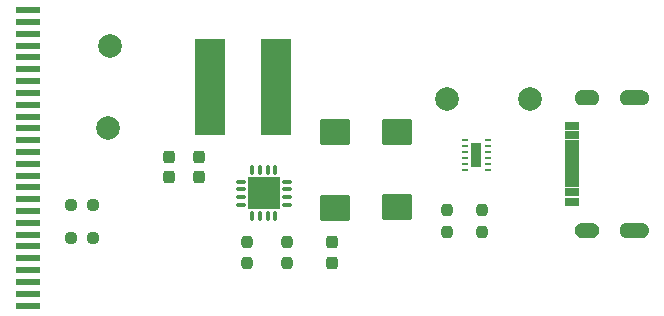
<source format=gts>
%TF.GenerationSoftware,KiCad,Pcbnew,6.0.11+dfsg-1*%
%TF.CreationDate,2024-02-28T17:50:01-05:00*%
%TF.ProjectId,usb-c-expresscard,7573622d-632d-4657-9870-726573736361,R1*%
%TF.SameCoordinates,Original*%
%TF.FileFunction,Soldermask,Top*%
%TF.FilePolarity,Negative*%
%FSLAX46Y46*%
G04 Gerber Fmt 4.6, Leading zero omitted, Abs format (unit mm)*
G04 Created by KiCad (PCBNEW 6.0.11+dfsg-1) date 2024-02-28 17:50:01*
%MOMM*%
%LPD*%
G01*
G04 APERTURE LIST*
G04 Aperture macros list*
%AMRoundRect*
0 Rectangle with rounded corners*
0 $1 Rounding radius*
0 $2 $3 $4 $5 $6 $7 $8 $9 X,Y pos of 4 corners*
0 Add a 4 corners polygon primitive as box body*
4,1,4,$2,$3,$4,$5,$6,$7,$8,$9,$2,$3,0*
0 Add four circle primitives for the rounded corners*
1,1,$1+$1,$2,$3*
1,1,$1+$1,$4,$5*
1,1,$1+$1,$6,$7*
1,1,$1+$1,$8,$9*
0 Add four rect primitives between the rounded corners*
20,1,$1+$1,$2,$3,$4,$5,0*
20,1,$1+$1,$4,$5,$6,$7,0*
20,1,$1+$1,$6,$7,$8,$9,0*
20,1,$1+$1,$8,$9,$2,$3,0*%
%AMFreePoly0*
4,1,5,1.000760,-0.248920,-1.000760,-0.248920,-1.000760,0.248920,1.000760,0.248920,1.000760,-0.248920,1.000760,-0.248920,$1*%
%AMFreePoly1*
4,1,5,1.000760,-0.248158,-1.000760,-0.248158,-1.000760,0.249682,1.000760,0.249682,1.000760,-0.248158,1.000760,-0.248158,$1*%
%AMFreePoly2*
4,1,5,1.000760,-0.249936,-1.000760,-0.249936,-1.000760,0.247904,1.000760,0.247904,1.000760,-0.249936,1.000760,-0.249936,$1*%
%AMFreePoly3*
4,1,5,1.000760,-0.249174,-1.000760,-0.249174,-1.000760,0.248666,1.000760,0.248666,1.000760,-0.249174,1.000760,-0.249174,$1*%
%AMFreePoly4*
4,1,5,1.000760,-0.248412,-1.000760,-0.248412,-1.000760,0.249428,1.000760,0.249428,1.000760,-0.248412,1.000760,-0.248412,$1*%
%AMFreePoly5*
4,1,5,1.000760,-0.247650,-1.000760,-0.247650,-1.000760,0.250190,1.000760,0.250190,1.000760,-0.247650,1.000760,-0.247650,$1*%
%AMFreePoly6*
4,1,5,1.000760,-0.249428,-1.000760,-0.249428,-1.000760,0.248412,1.000760,0.248412,1.000760,-0.249428,1.000760,-0.249428,$1*%
%AMFreePoly7*
4,1,5,1.000760,-0.248666,-1.000760,-0.248666,-1.000760,0.249174,1.000760,0.249174,1.000760,-0.248666,1.000760,-0.248666,$1*%
%AMFreePoly8*
4,1,5,1.000760,-0.247904,-1.000760,-0.247904,-1.000760,0.249936,1.000760,0.249936,1.000760,-0.247904,1.000760,-0.247904,$1*%
%AMFreePoly9*
4,1,5,1.000760,-0.249682,-1.000760,-0.249682,-1.000760,0.248158,1.000760,0.248158,1.000760,-0.249682,1.000760,-0.249682,$1*%
G04 Aperture macros list end*
%ADD10C,0.010000*%
%ADD11RoundRect,0.237500X-0.237500X0.300000X-0.237500X-0.300000X0.237500X-0.300000X0.237500X0.300000X0*%
%ADD12RoundRect,0.237500X0.250000X0.237500X-0.250000X0.237500X-0.250000X-0.237500X0.250000X-0.237500X0*%
%ADD13RoundRect,0.237500X-0.237500X0.250000X-0.237500X-0.250000X0.237500X-0.250000X0.237500X0.250000X0*%
%ADD14R,0.500126X0.279908*%
%ADD15R,0.900000X2.000000*%
%ADD16RoundRect,0.076200X0.550000X-0.300000X0.550000X0.300000X-0.550000X0.300000X-0.550000X-0.300000X0*%
%ADD17RoundRect,0.076200X0.550000X-0.150000X0.550000X0.150000X-0.550000X0.150000X-0.550000X-0.150000X0*%
%ADD18C,2.000000*%
%ADD19R,2.600000X8.200000*%
%ADD20RoundRect,0.250000X1.025000X-0.875000X1.025000X0.875000X-1.025000X0.875000X-1.025000X-0.875000X0*%
%ADD21RoundRect,0.237500X0.237500X-0.250000X0.237500X0.250000X-0.237500X0.250000X-0.237500X-0.250000X0*%
%ADD22RoundRect,0.087500X0.325000X0.087500X-0.325000X0.087500X-0.325000X-0.087500X0.325000X-0.087500X0*%
%ADD23RoundRect,0.087500X0.087500X0.325000X-0.087500X0.325000X-0.087500X-0.325000X0.087500X-0.325000X0*%
%ADD24R,2.700000X2.700000*%
%ADD25FreePoly0,180.000000*%
%ADD26FreePoly1,180.000000*%
%ADD27FreePoly2,180.000000*%
%ADD28FreePoly3,180.000000*%
%ADD29FreePoly4,180.000000*%
%ADD30FreePoly5,180.000000*%
%ADD31FreePoly6,180.000000*%
%ADD32FreePoly7,180.000000*%
%ADD33FreePoly8,180.000000*%
%ADD34FreePoly9,180.000000*%
G04 APERTURE END LIST*
%TO.C,J2*%
G36*
X190280500Y-99523000D02*
G01*
X190342500Y-99533000D01*
X190402500Y-99549000D01*
X190461500Y-99572000D01*
X190517500Y-99600000D01*
X190570500Y-99635000D01*
X190618500Y-99674000D01*
X190663500Y-99719000D01*
X190702500Y-99767000D01*
X190737500Y-99820000D01*
X190765500Y-99876000D01*
X190788500Y-99935000D01*
X190804500Y-99995000D01*
X190814500Y-100057000D01*
X190817500Y-100120000D01*
X190814500Y-100183000D01*
X190804500Y-100245000D01*
X190788500Y-100305000D01*
X190765500Y-100364000D01*
X190737500Y-100420000D01*
X190702500Y-100473000D01*
X190663500Y-100521000D01*
X190618500Y-100566000D01*
X190570500Y-100605000D01*
X190517500Y-100640000D01*
X190461500Y-100668000D01*
X190402500Y-100691000D01*
X190342500Y-100707000D01*
X190280500Y-100717000D01*
X190217500Y-100720000D01*
X189417500Y-100720000D01*
X189354500Y-100717000D01*
X189292500Y-100707000D01*
X189232500Y-100691000D01*
X189173500Y-100668000D01*
X189117500Y-100640000D01*
X189064500Y-100605000D01*
X189016500Y-100566000D01*
X188971500Y-100521000D01*
X188932500Y-100473000D01*
X188897500Y-100420000D01*
X188869500Y-100364000D01*
X188846500Y-100305000D01*
X188830500Y-100245000D01*
X188820500Y-100183000D01*
X188817500Y-100120000D01*
X188820500Y-100057000D01*
X188830500Y-99995000D01*
X188846500Y-99935000D01*
X188869500Y-99876000D01*
X188897500Y-99820000D01*
X188932500Y-99767000D01*
X188971500Y-99719000D01*
X189016500Y-99674000D01*
X189064500Y-99635000D01*
X189117500Y-99600000D01*
X189173500Y-99572000D01*
X189232500Y-99549000D01*
X189292500Y-99533000D01*
X189354500Y-99523000D01*
X189417500Y-99520000D01*
X190217500Y-99520000D01*
X190280500Y-99523000D01*
G37*
D10*
X190280500Y-99523000D02*
X190342500Y-99533000D01*
X190402500Y-99549000D01*
X190461500Y-99572000D01*
X190517500Y-99600000D01*
X190570500Y-99635000D01*
X190618500Y-99674000D01*
X190663500Y-99719000D01*
X190702500Y-99767000D01*
X190737500Y-99820000D01*
X190765500Y-99876000D01*
X190788500Y-99935000D01*
X190804500Y-99995000D01*
X190814500Y-100057000D01*
X190817500Y-100120000D01*
X190814500Y-100183000D01*
X190804500Y-100245000D01*
X190788500Y-100305000D01*
X190765500Y-100364000D01*
X190737500Y-100420000D01*
X190702500Y-100473000D01*
X190663500Y-100521000D01*
X190618500Y-100566000D01*
X190570500Y-100605000D01*
X190517500Y-100640000D01*
X190461500Y-100668000D01*
X190402500Y-100691000D01*
X190342500Y-100707000D01*
X190280500Y-100717000D01*
X190217500Y-100720000D01*
X189417500Y-100720000D01*
X189354500Y-100717000D01*
X189292500Y-100707000D01*
X189232500Y-100691000D01*
X189173500Y-100668000D01*
X189117500Y-100640000D01*
X189064500Y-100605000D01*
X189016500Y-100566000D01*
X188971500Y-100521000D01*
X188932500Y-100473000D01*
X188897500Y-100420000D01*
X188869500Y-100364000D01*
X188846500Y-100305000D01*
X188830500Y-100245000D01*
X188820500Y-100183000D01*
X188817500Y-100120000D01*
X188820500Y-100057000D01*
X188830500Y-99995000D01*
X188846500Y-99935000D01*
X188869500Y-99876000D01*
X188897500Y-99820000D01*
X188932500Y-99767000D01*
X188971500Y-99719000D01*
X189016500Y-99674000D01*
X189064500Y-99635000D01*
X189117500Y-99600000D01*
X189173500Y-99572000D01*
X189232500Y-99549000D01*
X189292500Y-99533000D01*
X189354500Y-99523000D01*
X189417500Y-99520000D01*
X190217500Y-99520000D01*
X190280500Y-99523000D01*
G36*
X194480500Y-88283000D02*
G01*
X194542500Y-88293000D01*
X194602500Y-88309000D01*
X194661500Y-88332000D01*
X194717500Y-88360000D01*
X194770500Y-88395000D01*
X194818500Y-88434000D01*
X194863500Y-88479000D01*
X194902500Y-88527000D01*
X194937500Y-88580000D01*
X194965500Y-88636000D01*
X194988500Y-88695000D01*
X195004500Y-88755000D01*
X195014500Y-88817000D01*
X195017500Y-88880000D01*
X195014500Y-88943000D01*
X195004500Y-89005000D01*
X194988500Y-89065000D01*
X194965500Y-89124000D01*
X194937500Y-89180000D01*
X194902500Y-89233000D01*
X194863500Y-89281000D01*
X194818500Y-89326000D01*
X194770500Y-89365000D01*
X194717500Y-89400000D01*
X194661500Y-89428000D01*
X194602500Y-89451000D01*
X194542500Y-89467000D01*
X194480500Y-89477000D01*
X194417500Y-89480000D01*
X193217500Y-89480000D01*
X193154500Y-89477000D01*
X193092500Y-89467000D01*
X193032500Y-89451000D01*
X192973500Y-89428000D01*
X192917500Y-89400000D01*
X192864500Y-89365000D01*
X192816500Y-89326000D01*
X192771500Y-89281000D01*
X192732500Y-89233000D01*
X192697500Y-89180000D01*
X192669500Y-89124000D01*
X192646500Y-89065000D01*
X192630500Y-89005000D01*
X192620500Y-88943000D01*
X192617500Y-88880000D01*
X192620500Y-88817000D01*
X192630500Y-88755000D01*
X192646500Y-88695000D01*
X192669500Y-88636000D01*
X192697500Y-88580000D01*
X192732500Y-88527000D01*
X192771500Y-88479000D01*
X192816500Y-88434000D01*
X192864500Y-88395000D01*
X192917500Y-88360000D01*
X192973500Y-88332000D01*
X193032500Y-88309000D01*
X193092500Y-88293000D01*
X193154500Y-88283000D01*
X193217500Y-88280000D01*
X194417500Y-88280000D01*
X194480500Y-88283000D01*
G37*
X194480500Y-88283000D02*
X194542500Y-88293000D01*
X194602500Y-88309000D01*
X194661500Y-88332000D01*
X194717500Y-88360000D01*
X194770500Y-88395000D01*
X194818500Y-88434000D01*
X194863500Y-88479000D01*
X194902500Y-88527000D01*
X194937500Y-88580000D01*
X194965500Y-88636000D01*
X194988500Y-88695000D01*
X195004500Y-88755000D01*
X195014500Y-88817000D01*
X195017500Y-88880000D01*
X195014500Y-88943000D01*
X195004500Y-89005000D01*
X194988500Y-89065000D01*
X194965500Y-89124000D01*
X194937500Y-89180000D01*
X194902500Y-89233000D01*
X194863500Y-89281000D01*
X194818500Y-89326000D01*
X194770500Y-89365000D01*
X194717500Y-89400000D01*
X194661500Y-89428000D01*
X194602500Y-89451000D01*
X194542500Y-89467000D01*
X194480500Y-89477000D01*
X194417500Y-89480000D01*
X193217500Y-89480000D01*
X193154500Y-89477000D01*
X193092500Y-89467000D01*
X193032500Y-89451000D01*
X192973500Y-89428000D01*
X192917500Y-89400000D01*
X192864500Y-89365000D01*
X192816500Y-89326000D01*
X192771500Y-89281000D01*
X192732500Y-89233000D01*
X192697500Y-89180000D01*
X192669500Y-89124000D01*
X192646500Y-89065000D01*
X192630500Y-89005000D01*
X192620500Y-88943000D01*
X192617500Y-88880000D01*
X192620500Y-88817000D01*
X192630500Y-88755000D01*
X192646500Y-88695000D01*
X192669500Y-88636000D01*
X192697500Y-88580000D01*
X192732500Y-88527000D01*
X192771500Y-88479000D01*
X192816500Y-88434000D01*
X192864500Y-88395000D01*
X192917500Y-88360000D01*
X192973500Y-88332000D01*
X193032500Y-88309000D01*
X193092500Y-88293000D01*
X193154500Y-88283000D01*
X193217500Y-88280000D01*
X194417500Y-88280000D01*
X194480500Y-88283000D01*
G36*
X194480500Y-99523000D02*
G01*
X194542500Y-99533000D01*
X194602500Y-99549000D01*
X194661500Y-99572000D01*
X194717500Y-99600000D01*
X194770500Y-99635000D01*
X194818500Y-99674000D01*
X194863500Y-99719000D01*
X194902500Y-99767000D01*
X194937500Y-99820000D01*
X194965500Y-99876000D01*
X194988500Y-99935000D01*
X195004500Y-99995000D01*
X195014500Y-100057000D01*
X195017500Y-100120000D01*
X195014500Y-100183000D01*
X195004500Y-100245000D01*
X194988500Y-100305000D01*
X194965500Y-100364000D01*
X194937500Y-100420000D01*
X194902500Y-100473000D01*
X194863500Y-100521000D01*
X194818500Y-100566000D01*
X194770500Y-100605000D01*
X194717500Y-100640000D01*
X194661500Y-100668000D01*
X194602500Y-100691000D01*
X194542500Y-100707000D01*
X194480500Y-100717000D01*
X194417500Y-100720000D01*
X193217500Y-100720000D01*
X193154500Y-100717000D01*
X193092500Y-100707000D01*
X193032500Y-100691000D01*
X192973500Y-100668000D01*
X192917500Y-100640000D01*
X192864500Y-100605000D01*
X192816500Y-100566000D01*
X192771500Y-100521000D01*
X192732500Y-100473000D01*
X192697500Y-100420000D01*
X192669500Y-100364000D01*
X192646500Y-100305000D01*
X192630500Y-100245000D01*
X192620500Y-100183000D01*
X192617500Y-100120000D01*
X192620500Y-100057000D01*
X192630500Y-99995000D01*
X192646500Y-99935000D01*
X192669500Y-99876000D01*
X192697500Y-99820000D01*
X192732500Y-99767000D01*
X192771500Y-99719000D01*
X192816500Y-99674000D01*
X192864500Y-99635000D01*
X192917500Y-99600000D01*
X192973500Y-99572000D01*
X193032500Y-99549000D01*
X193092500Y-99533000D01*
X193154500Y-99523000D01*
X193217500Y-99520000D01*
X194417500Y-99520000D01*
X194480500Y-99523000D01*
G37*
X194480500Y-99523000D02*
X194542500Y-99533000D01*
X194602500Y-99549000D01*
X194661500Y-99572000D01*
X194717500Y-99600000D01*
X194770500Y-99635000D01*
X194818500Y-99674000D01*
X194863500Y-99719000D01*
X194902500Y-99767000D01*
X194937500Y-99820000D01*
X194965500Y-99876000D01*
X194988500Y-99935000D01*
X195004500Y-99995000D01*
X195014500Y-100057000D01*
X195017500Y-100120000D01*
X195014500Y-100183000D01*
X195004500Y-100245000D01*
X194988500Y-100305000D01*
X194965500Y-100364000D01*
X194937500Y-100420000D01*
X194902500Y-100473000D01*
X194863500Y-100521000D01*
X194818500Y-100566000D01*
X194770500Y-100605000D01*
X194717500Y-100640000D01*
X194661500Y-100668000D01*
X194602500Y-100691000D01*
X194542500Y-100707000D01*
X194480500Y-100717000D01*
X194417500Y-100720000D01*
X193217500Y-100720000D01*
X193154500Y-100717000D01*
X193092500Y-100707000D01*
X193032500Y-100691000D01*
X192973500Y-100668000D01*
X192917500Y-100640000D01*
X192864500Y-100605000D01*
X192816500Y-100566000D01*
X192771500Y-100521000D01*
X192732500Y-100473000D01*
X192697500Y-100420000D01*
X192669500Y-100364000D01*
X192646500Y-100305000D01*
X192630500Y-100245000D01*
X192620500Y-100183000D01*
X192617500Y-100120000D01*
X192620500Y-100057000D01*
X192630500Y-99995000D01*
X192646500Y-99935000D01*
X192669500Y-99876000D01*
X192697500Y-99820000D01*
X192732500Y-99767000D01*
X192771500Y-99719000D01*
X192816500Y-99674000D01*
X192864500Y-99635000D01*
X192917500Y-99600000D01*
X192973500Y-99572000D01*
X193032500Y-99549000D01*
X193092500Y-99533000D01*
X193154500Y-99523000D01*
X193217500Y-99520000D01*
X194417500Y-99520000D01*
X194480500Y-99523000D01*
G36*
X190280500Y-88283000D02*
G01*
X190342500Y-88293000D01*
X190402500Y-88309000D01*
X190461500Y-88332000D01*
X190517500Y-88360000D01*
X190570500Y-88395000D01*
X190618500Y-88434000D01*
X190663500Y-88479000D01*
X190702500Y-88527000D01*
X190737500Y-88580000D01*
X190765500Y-88636000D01*
X190788500Y-88695000D01*
X190804500Y-88755000D01*
X190814500Y-88817000D01*
X190817500Y-88880000D01*
X190814500Y-88943000D01*
X190804500Y-89005000D01*
X190788500Y-89065000D01*
X190765500Y-89124000D01*
X190737500Y-89180000D01*
X190702500Y-89233000D01*
X190663500Y-89281000D01*
X190618500Y-89326000D01*
X190570500Y-89365000D01*
X190517500Y-89400000D01*
X190461500Y-89428000D01*
X190402500Y-89451000D01*
X190342500Y-89467000D01*
X190280500Y-89477000D01*
X190217500Y-89480000D01*
X189417500Y-89480000D01*
X189354500Y-89477000D01*
X189292500Y-89467000D01*
X189232500Y-89451000D01*
X189173500Y-89428000D01*
X189117500Y-89400000D01*
X189064500Y-89365000D01*
X189016500Y-89326000D01*
X188971500Y-89281000D01*
X188932500Y-89233000D01*
X188897500Y-89180000D01*
X188869500Y-89124000D01*
X188846500Y-89065000D01*
X188830500Y-89005000D01*
X188820500Y-88943000D01*
X188817500Y-88880000D01*
X188820500Y-88817000D01*
X188830500Y-88755000D01*
X188846500Y-88695000D01*
X188869500Y-88636000D01*
X188897500Y-88580000D01*
X188932500Y-88527000D01*
X188971500Y-88479000D01*
X189016500Y-88434000D01*
X189064500Y-88395000D01*
X189117500Y-88360000D01*
X189173500Y-88332000D01*
X189232500Y-88309000D01*
X189292500Y-88293000D01*
X189354500Y-88283000D01*
X189417500Y-88280000D01*
X190217500Y-88280000D01*
X190280500Y-88283000D01*
G37*
X190280500Y-88283000D02*
X190342500Y-88293000D01*
X190402500Y-88309000D01*
X190461500Y-88332000D01*
X190517500Y-88360000D01*
X190570500Y-88395000D01*
X190618500Y-88434000D01*
X190663500Y-88479000D01*
X190702500Y-88527000D01*
X190737500Y-88580000D01*
X190765500Y-88636000D01*
X190788500Y-88695000D01*
X190804500Y-88755000D01*
X190814500Y-88817000D01*
X190817500Y-88880000D01*
X190814500Y-88943000D01*
X190804500Y-89005000D01*
X190788500Y-89065000D01*
X190765500Y-89124000D01*
X190737500Y-89180000D01*
X190702500Y-89233000D01*
X190663500Y-89281000D01*
X190618500Y-89326000D01*
X190570500Y-89365000D01*
X190517500Y-89400000D01*
X190461500Y-89428000D01*
X190402500Y-89451000D01*
X190342500Y-89467000D01*
X190280500Y-89477000D01*
X190217500Y-89480000D01*
X189417500Y-89480000D01*
X189354500Y-89477000D01*
X189292500Y-89467000D01*
X189232500Y-89451000D01*
X189173500Y-89428000D01*
X189117500Y-89400000D01*
X189064500Y-89365000D01*
X189016500Y-89326000D01*
X188971500Y-89281000D01*
X188932500Y-89233000D01*
X188897500Y-89180000D01*
X188869500Y-89124000D01*
X188846500Y-89065000D01*
X188830500Y-89005000D01*
X188820500Y-88943000D01*
X188817500Y-88880000D01*
X188820500Y-88817000D01*
X188830500Y-88755000D01*
X188846500Y-88695000D01*
X188869500Y-88636000D01*
X188897500Y-88580000D01*
X188932500Y-88527000D01*
X188971500Y-88479000D01*
X189016500Y-88434000D01*
X189064500Y-88395000D01*
X189117500Y-88360000D01*
X189173500Y-88332000D01*
X189232500Y-88309000D01*
X189292500Y-88293000D01*
X189354500Y-88283000D01*
X189417500Y-88280000D01*
X190217500Y-88280000D01*
X190280500Y-88283000D01*
%TD*%
D11*
%TO.C,C3*%
X168250000Y-101137500D03*
X168250000Y-102862500D03*
%TD*%
D12*
%TO.C,R2*%
X148000000Y-100750000D03*
X146175000Y-100750000D03*
%TD*%
D13*
%TO.C,R5*%
X178000000Y-98425000D03*
X178000000Y-100250000D03*
%TD*%
D11*
%TO.C,C1*%
X154500000Y-93887500D03*
X154500000Y-95612500D03*
%TD*%
D14*
%TO.C,U2*%
X179541277Y-92500000D03*
X179541277Y-92999999D03*
X179541277Y-93500000D03*
X179541277Y-94000000D03*
X179541277Y-94500001D03*
X179541277Y-95000000D03*
X181458723Y-95000000D03*
X181458723Y-94500001D03*
X181458723Y-94000000D03*
X181458723Y-93500000D03*
X181458723Y-92999999D03*
X181458723Y-92500000D03*
D15*
X180500000Y-93750000D03*
%TD*%
D16*
%TO.C,J2*%
X188582691Y-97700382D03*
X188582691Y-96900382D03*
D17*
X188582691Y-95750382D03*
X188582691Y-94750382D03*
X188582691Y-94250382D03*
X188582691Y-93250382D03*
D16*
X188582691Y-91300382D03*
X188582691Y-92100382D03*
D17*
X188582691Y-92750382D03*
X188582691Y-93750382D03*
X188582691Y-95250382D03*
X188582691Y-96250382D03*
%TD*%
D11*
%TO.C,C2*%
X157000000Y-93887500D03*
X157000000Y-95612500D03*
%TD*%
D18*
%TO.C,VBUS*%
X185000000Y-89000000D03*
%TD*%
D12*
%TO.C,R1*%
X148000000Y-98000000D03*
X146175000Y-98000000D03*
%TD*%
D13*
%TO.C,R6*%
X181000000Y-98425000D03*
X181000000Y-100250000D03*
%TD*%
D19*
%TO.C,L1*%
X163550000Y-88000000D03*
X157950000Y-88000000D03*
%TD*%
D20*
%TO.C,C5*%
X173750000Y-98200000D03*
X173750000Y-91800000D03*
%TD*%
D18*
%TO.C,3V3*%
X149300000Y-91500000D03*
%TD*%
%TO.C,GND*%
X149500000Y-84500000D03*
%TD*%
D20*
%TO.C,C4*%
X168500000Y-98250000D03*
X168500000Y-91850000D03*
%TD*%
D21*
%TO.C,R4*%
X161065000Y-102912500D03*
X161065000Y-101087500D03*
%TD*%
D13*
%TO.C,R3*%
X164500000Y-101087500D03*
X164500000Y-102912500D03*
%TD*%
D22*
%TO.C,U1*%
X164462500Y-97975000D03*
X164462500Y-97325000D03*
X164462500Y-96675000D03*
X164462500Y-96025000D03*
D23*
X163475000Y-95037500D03*
X162825000Y-95037500D03*
X162175000Y-95037500D03*
X161525000Y-95037500D03*
D22*
X160537500Y-96025000D03*
X160537500Y-96675000D03*
X160537500Y-97325000D03*
X160537500Y-97975000D03*
D23*
X161525000Y-98962500D03*
X162175000Y-98962500D03*
X162825000Y-98962500D03*
X163475000Y-98962500D03*
D24*
X162500000Y-97000000D03*
%TD*%
D25*
%TO.C,J1*%
X142500000Y-106500000D03*
D26*
X142500000Y-105499240D03*
D27*
X142500000Y-104501020D03*
D28*
X142500000Y-103500260D03*
D29*
X142500000Y-102499500D03*
D30*
X142500000Y-101498740D03*
D31*
X142500000Y-100500520D03*
D32*
X142500000Y-99499760D03*
D33*
X142500000Y-98499000D03*
D34*
X142500000Y-97500780D03*
D25*
X142500000Y-96500020D03*
D26*
X142500000Y-95499260D03*
D27*
X142500000Y-94501040D03*
D28*
X142500000Y-93500280D03*
D29*
X142500000Y-92499520D03*
D30*
X142500000Y-91498760D03*
D31*
X142500000Y-90500540D03*
D32*
X142500000Y-89499780D03*
D33*
X142500000Y-88499020D03*
D34*
X142500000Y-87500800D03*
D25*
X142500000Y-86500040D03*
D26*
X142500000Y-85499280D03*
D27*
X142500000Y-84501060D03*
D28*
X142500000Y-83500300D03*
D29*
X142500000Y-82499540D03*
D30*
X142500000Y-81498780D03*
%TD*%
D18*
%TO.C,5V*%
X178000000Y-89000000D03*
%TD*%
M02*

</source>
